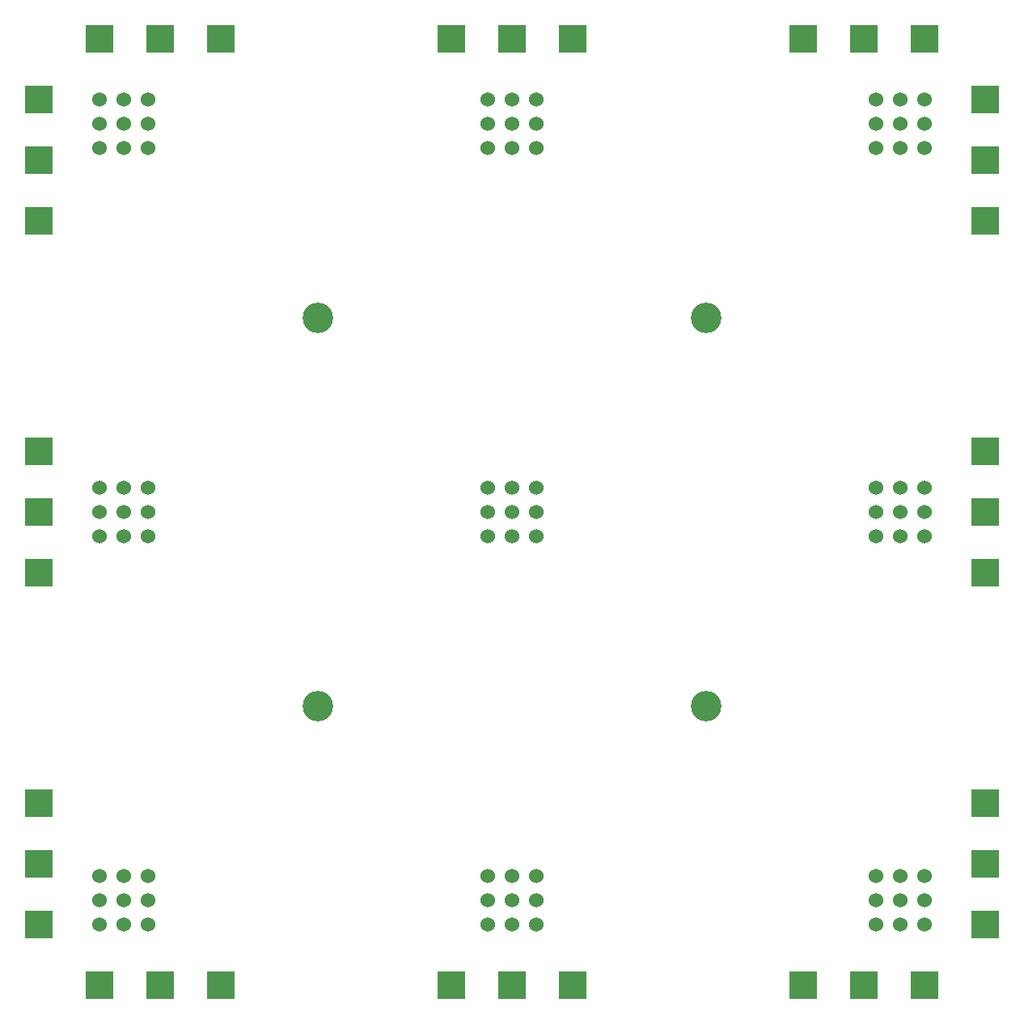
<source format=gbr>
%TF.GenerationSoftware,KiCad,Pcbnew,7.0.7*%
%TF.CreationDate,2024-01-02T00:31:05-08:00*%
%TF.ProjectId,baseplate_v1,62617365-706c-4617-9465-5f76312e6b69,rev?*%
%TF.SameCoordinates,Original*%
%TF.FileFunction,Soldermask,Top*%
%TF.FilePolarity,Negative*%
%FSLAX46Y46*%
G04 Gerber Fmt 4.6, Leading zero omitted, Abs format (unit mm)*
G04 Created by KiCad (PCBNEW 7.0.7) date 2024-01-02 00:31:05*
%MOMM*%
%LPD*%
G01*
G04 APERTURE LIST*
%ADD10C,3.200000*%
%ADD11R,3.000000X3.000000*%
%ADD12C,1.524000*%
G04 APERTURE END LIST*
D10*
%TO.C,REF\u002A\u002A*%
X172720000Y-81280000D03*
%TD*%
%TO.C,REF\u002A\u002A*%
X172720000Y-121920000D03*
%TD*%
%TO.C,REF\u002A\u002A*%
X132080000Y-121920000D03*
%TD*%
%TO.C,REF\u002A\u002A*%
X132080000Y-81280000D03*
%TD*%
D11*
%TO.C,TP9*%
X201930000Y-144780000D03*
%TD*%
D12*
%TO.C,U9*%
X193040000Y-139700000D03*
X195580000Y-142240000D03*
X193040000Y-144780000D03*
X190500000Y-142240000D03*
X193040000Y-142240000D03*
X190500000Y-139700000D03*
X190500000Y-144780000D03*
X195580000Y-139700000D03*
X195580000Y-144780000D03*
%TD*%
D11*
%TO.C,TP35*%
X189230000Y-52070000D03*
%TD*%
%TO.C,TP11*%
X189230000Y-151130000D03*
%TD*%
D12*
%TO.C,U5*%
X152400000Y-99060000D03*
X154940000Y-101600000D03*
X152400000Y-104140000D03*
X149860000Y-101600000D03*
X152400000Y-101600000D03*
X149860000Y-99060000D03*
X149860000Y-104140000D03*
X154940000Y-99060000D03*
X154940000Y-104140000D03*
%TD*%
%TO.C,U1*%
X111760000Y-58420000D03*
X114300000Y-60960000D03*
X111760000Y-63500000D03*
X109220000Y-60960000D03*
X111760000Y-60960000D03*
X109220000Y-58420000D03*
X109220000Y-63500000D03*
X114300000Y-58420000D03*
X114300000Y-63500000D03*
%TD*%
D11*
%TO.C,TP5*%
X201930000Y-101600000D03*
%TD*%
%TO.C,TP25*%
X102870000Y-71120000D03*
%TD*%
%TO.C,TP4*%
X201930000Y-95250000D03*
%TD*%
D12*
%TO.C,U4*%
X111760000Y-99060000D03*
X114300000Y-101600000D03*
X111760000Y-104140000D03*
X109220000Y-101600000D03*
X111760000Y-101600000D03*
X109220000Y-99060000D03*
X109220000Y-104140000D03*
X114300000Y-99060000D03*
X114300000Y-104140000D03*
%TD*%
D11*
%TO.C,TP20*%
X102870000Y-138430000D03*
%TD*%
D12*
%TO.C,U8*%
X152400000Y-139700000D03*
X154940000Y-142240000D03*
X152400000Y-144780000D03*
X149860000Y-142240000D03*
X152400000Y-142240000D03*
X149860000Y-139700000D03*
X149860000Y-144780000D03*
X154940000Y-139700000D03*
X154940000Y-144780000D03*
%TD*%
D11*
%TO.C,TP26*%
X102870000Y-64770000D03*
%TD*%
%TO.C,TP31*%
X146050000Y-52070000D03*
%TD*%
D12*
%TO.C,U3*%
X193040000Y-58420000D03*
X195580000Y-60960000D03*
X193040000Y-63500000D03*
X190500000Y-60960000D03*
X193040000Y-60960000D03*
X190500000Y-58420000D03*
X190500000Y-63500000D03*
X195580000Y-58420000D03*
X195580000Y-63500000D03*
%TD*%
%TO.C,U2*%
X152400000Y-58420000D03*
X154940000Y-60960000D03*
X152400000Y-63500000D03*
X149860000Y-60960000D03*
X152400000Y-60960000D03*
X149860000Y-58420000D03*
X149860000Y-63500000D03*
X154940000Y-58420000D03*
X154940000Y-63500000D03*
%TD*%
D11*
%TO.C,TP16*%
X121920000Y-151130000D03*
%TD*%
%TO.C,TP27*%
X102870000Y-58420000D03*
%TD*%
%TO.C,TP17*%
X115570000Y-151130000D03*
%TD*%
%TO.C,TP8*%
X201930000Y-138430000D03*
%TD*%
%TO.C,TP7*%
X201930000Y-132080000D03*
%TD*%
%TO.C,TP19*%
X102870000Y-144780000D03*
%TD*%
%TO.C,TP18*%
X109220000Y-151130000D03*
%TD*%
%TO.C,TP34*%
X182880000Y-52070000D03*
%TD*%
%TO.C,TP6*%
X201930000Y-107950000D03*
%TD*%
%TO.C,TP12*%
X182880000Y-151130000D03*
%TD*%
%TO.C,TP2*%
X201930000Y-64770000D03*
%TD*%
%TO.C,TP15*%
X146050000Y-151130000D03*
%TD*%
%TO.C,TP32*%
X152400000Y-52070000D03*
%TD*%
%TO.C,TP30*%
X121920000Y-52070000D03*
%TD*%
%TO.C,TP10*%
X195580000Y-151130000D03*
%TD*%
D12*
%TO.C,U7*%
X111760000Y-139700000D03*
X114300000Y-142240000D03*
X111760000Y-144780000D03*
X109220000Y-142240000D03*
X111760000Y-142240000D03*
X109220000Y-139700000D03*
X109220000Y-144780000D03*
X114300000Y-139700000D03*
X114300000Y-144780000D03*
%TD*%
D11*
%TO.C,TP29*%
X115570000Y-52070000D03*
%TD*%
D12*
%TO.C,U6*%
X193040000Y-99060000D03*
X195580000Y-101600000D03*
X193040000Y-104140000D03*
X190500000Y-101600000D03*
X193040000Y-101600000D03*
X190500000Y-99060000D03*
X190500000Y-104140000D03*
X195580000Y-99060000D03*
X195580000Y-104140000D03*
%TD*%
D11*
%TO.C,TP36*%
X195580000Y-52070000D03*
%TD*%
%TO.C,TP28*%
X109220000Y-52070000D03*
%TD*%
%TO.C,TP14*%
X152400000Y-151130000D03*
%TD*%
%TO.C,TP1*%
X201930000Y-58420000D03*
%TD*%
%TO.C,TP22*%
X102870000Y-107950000D03*
%TD*%
%TO.C,TP33*%
X158750000Y-52070000D03*
%TD*%
%TO.C,TP24*%
X102870000Y-95250000D03*
%TD*%
%TO.C,TP13*%
X158750000Y-151130000D03*
%TD*%
%TO.C,TP23*%
X102870000Y-101600000D03*
%TD*%
%TO.C,TP21*%
X102870000Y-132080000D03*
%TD*%
%TO.C,TP3*%
X201930000Y-71120000D03*
%TD*%
M02*

</source>
